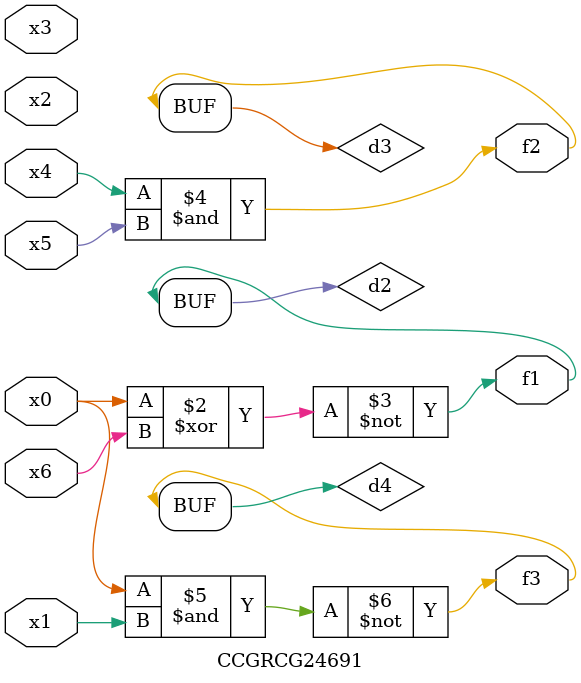
<source format=v>
module CCGRCG24691(
	input x0, x1, x2, x3, x4, x5, x6,
	output f1, f2, f3
);

	wire d1, d2, d3, d4;

	nor (d1, x0);
	xnor (d2, x0, x6);
	and (d3, x4, x5);
	nand (d4, x0, x1);
	assign f1 = d2;
	assign f2 = d3;
	assign f3 = d4;
endmodule

</source>
